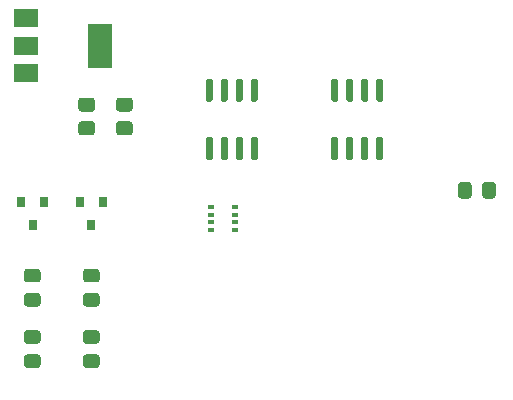
<source format=gbr>
%TF.GenerationSoftware,KiCad,Pcbnew,(5.1.7-0-10_14)*%
%TF.CreationDate,2020-11-05T09:31:43+00:00*%
%TF.ProjectId,ex2device,65783264-6576-4696-9365-2e6b69636164,1.2*%
%TF.SameCoordinates,Original*%
%TF.FileFunction,Paste,Top*%
%TF.FilePolarity,Positive*%
%FSLAX46Y46*%
G04 Gerber Fmt 4.6, Leading zero omitted, Abs format (unit mm)*
G04 Created by KiCad (PCBNEW (5.1.7-0-10_14)) date 2020-11-05 09:31:43*
%MOMM*%
%LPD*%
G01*
G04 APERTURE LIST*
%ADD10R,2.000000X1.500000*%
%ADD11R,2.000000X3.800000*%
%ADD12R,0.800000X0.900000*%
%ADD13R,0.500000X0.350000*%
G04 APERTURE END LIST*
%TO.C,U2*%
G36*
G01*
X138255000Y-83750000D02*
X138555000Y-83750000D01*
G75*
G02*
X138705000Y-83900000I0J-150000D01*
G01*
X138705000Y-85550000D01*
G75*
G02*
X138555000Y-85700000I-150000J0D01*
G01*
X138255000Y-85700000D01*
G75*
G02*
X138105000Y-85550000I0J150000D01*
G01*
X138105000Y-83900000D01*
G75*
G02*
X138255000Y-83750000I150000J0D01*
G01*
G37*
G36*
G01*
X136985000Y-83750000D02*
X137285000Y-83750000D01*
G75*
G02*
X137435000Y-83900000I0J-150000D01*
G01*
X137435000Y-85550000D01*
G75*
G02*
X137285000Y-85700000I-150000J0D01*
G01*
X136985000Y-85700000D01*
G75*
G02*
X136835000Y-85550000I0J150000D01*
G01*
X136835000Y-83900000D01*
G75*
G02*
X136985000Y-83750000I150000J0D01*
G01*
G37*
G36*
G01*
X135715000Y-83750000D02*
X136015000Y-83750000D01*
G75*
G02*
X136165000Y-83900000I0J-150000D01*
G01*
X136165000Y-85550000D01*
G75*
G02*
X136015000Y-85700000I-150000J0D01*
G01*
X135715000Y-85700000D01*
G75*
G02*
X135565000Y-85550000I0J150000D01*
G01*
X135565000Y-83900000D01*
G75*
G02*
X135715000Y-83750000I150000J0D01*
G01*
G37*
G36*
G01*
X134445000Y-83750000D02*
X134745000Y-83750000D01*
G75*
G02*
X134895000Y-83900000I0J-150000D01*
G01*
X134895000Y-85550000D01*
G75*
G02*
X134745000Y-85700000I-150000J0D01*
G01*
X134445000Y-85700000D01*
G75*
G02*
X134295000Y-85550000I0J150000D01*
G01*
X134295000Y-83900000D01*
G75*
G02*
X134445000Y-83750000I150000J0D01*
G01*
G37*
G36*
G01*
X134445000Y-78800000D02*
X134745000Y-78800000D01*
G75*
G02*
X134895000Y-78950000I0J-150000D01*
G01*
X134895000Y-80600000D01*
G75*
G02*
X134745000Y-80750000I-150000J0D01*
G01*
X134445000Y-80750000D01*
G75*
G02*
X134295000Y-80600000I0J150000D01*
G01*
X134295000Y-78950000D01*
G75*
G02*
X134445000Y-78800000I150000J0D01*
G01*
G37*
G36*
G01*
X135715000Y-78800000D02*
X136015000Y-78800000D01*
G75*
G02*
X136165000Y-78950000I0J-150000D01*
G01*
X136165000Y-80600000D01*
G75*
G02*
X136015000Y-80750000I-150000J0D01*
G01*
X135715000Y-80750000D01*
G75*
G02*
X135565000Y-80600000I0J150000D01*
G01*
X135565000Y-78950000D01*
G75*
G02*
X135715000Y-78800000I150000J0D01*
G01*
G37*
G36*
G01*
X136985000Y-78800000D02*
X137285000Y-78800000D01*
G75*
G02*
X137435000Y-78950000I0J-150000D01*
G01*
X137435000Y-80600000D01*
G75*
G02*
X137285000Y-80750000I-150000J0D01*
G01*
X136985000Y-80750000D01*
G75*
G02*
X136835000Y-80600000I0J150000D01*
G01*
X136835000Y-78950000D01*
G75*
G02*
X136985000Y-78800000I150000J0D01*
G01*
G37*
G36*
G01*
X138255000Y-78800000D02*
X138555000Y-78800000D01*
G75*
G02*
X138705000Y-78950000I0J-150000D01*
G01*
X138705000Y-80600000D01*
G75*
G02*
X138555000Y-80750000I-150000J0D01*
G01*
X138255000Y-80750000D01*
G75*
G02*
X138105000Y-80600000I0J150000D01*
G01*
X138105000Y-78950000D01*
G75*
G02*
X138255000Y-78800000I150000J0D01*
G01*
G37*
%TD*%
%TO.C,U4*%
G36*
G01*
X148855000Y-83750000D02*
X149155000Y-83750000D01*
G75*
G02*
X149305000Y-83900000I0J-150000D01*
G01*
X149305000Y-85550000D01*
G75*
G02*
X149155000Y-85700000I-150000J0D01*
G01*
X148855000Y-85700000D01*
G75*
G02*
X148705000Y-85550000I0J150000D01*
G01*
X148705000Y-83900000D01*
G75*
G02*
X148855000Y-83750000I150000J0D01*
G01*
G37*
G36*
G01*
X147585000Y-83750000D02*
X147885000Y-83750000D01*
G75*
G02*
X148035000Y-83900000I0J-150000D01*
G01*
X148035000Y-85550000D01*
G75*
G02*
X147885000Y-85700000I-150000J0D01*
G01*
X147585000Y-85700000D01*
G75*
G02*
X147435000Y-85550000I0J150000D01*
G01*
X147435000Y-83900000D01*
G75*
G02*
X147585000Y-83750000I150000J0D01*
G01*
G37*
G36*
G01*
X146315000Y-83750000D02*
X146615000Y-83750000D01*
G75*
G02*
X146765000Y-83900000I0J-150000D01*
G01*
X146765000Y-85550000D01*
G75*
G02*
X146615000Y-85700000I-150000J0D01*
G01*
X146315000Y-85700000D01*
G75*
G02*
X146165000Y-85550000I0J150000D01*
G01*
X146165000Y-83900000D01*
G75*
G02*
X146315000Y-83750000I150000J0D01*
G01*
G37*
G36*
G01*
X145045000Y-83750000D02*
X145345000Y-83750000D01*
G75*
G02*
X145495000Y-83900000I0J-150000D01*
G01*
X145495000Y-85550000D01*
G75*
G02*
X145345000Y-85700000I-150000J0D01*
G01*
X145045000Y-85700000D01*
G75*
G02*
X144895000Y-85550000I0J150000D01*
G01*
X144895000Y-83900000D01*
G75*
G02*
X145045000Y-83750000I150000J0D01*
G01*
G37*
G36*
G01*
X145045000Y-78800000D02*
X145345000Y-78800000D01*
G75*
G02*
X145495000Y-78950000I0J-150000D01*
G01*
X145495000Y-80600000D01*
G75*
G02*
X145345000Y-80750000I-150000J0D01*
G01*
X145045000Y-80750000D01*
G75*
G02*
X144895000Y-80600000I0J150000D01*
G01*
X144895000Y-78950000D01*
G75*
G02*
X145045000Y-78800000I150000J0D01*
G01*
G37*
G36*
G01*
X146315000Y-78800000D02*
X146615000Y-78800000D01*
G75*
G02*
X146765000Y-78950000I0J-150000D01*
G01*
X146765000Y-80600000D01*
G75*
G02*
X146615000Y-80750000I-150000J0D01*
G01*
X146315000Y-80750000D01*
G75*
G02*
X146165000Y-80600000I0J150000D01*
G01*
X146165000Y-78950000D01*
G75*
G02*
X146315000Y-78800000I150000J0D01*
G01*
G37*
G36*
G01*
X147585000Y-78800000D02*
X147885000Y-78800000D01*
G75*
G02*
X148035000Y-78950000I0J-150000D01*
G01*
X148035000Y-80600000D01*
G75*
G02*
X147885000Y-80750000I-150000J0D01*
G01*
X147585000Y-80750000D01*
G75*
G02*
X147435000Y-80600000I0J150000D01*
G01*
X147435000Y-78950000D01*
G75*
G02*
X147585000Y-78800000I150000J0D01*
G01*
G37*
G36*
G01*
X148855000Y-78800000D02*
X149155000Y-78800000D01*
G75*
G02*
X149305000Y-78950000I0J-150000D01*
G01*
X149305000Y-80600000D01*
G75*
G02*
X149155000Y-80750000I-150000J0D01*
G01*
X148855000Y-80750000D01*
G75*
G02*
X148705000Y-80600000I0J150000D01*
G01*
X148705000Y-78950000D01*
G75*
G02*
X148855000Y-78800000I150000J0D01*
G01*
G37*
%TD*%
%TO.C,R5*%
G36*
G01*
X124650001Y-81600000D02*
X123749999Y-81600000D01*
G75*
G02*
X123500000Y-81350001I0J249999D01*
G01*
X123500000Y-80649999D01*
G75*
G02*
X123749999Y-80400000I249999J0D01*
G01*
X124650001Y-80400000D01*
G75*
G02*
X124900000Y-80649999I0J-249999D01*
G01*
X124900000Y-81350001D01*
G75*
G02*
X124650001Y-81600000I-249999J0D01*
G01*
G37*
G36*
G01*
X124650001Y-83600000D02*
X123749999Y-83600000D01*
G75*
G02*
X123500000Y-83350001I0J249999D01*
G01*
X123500000Y-82649999D01*
G75*
G02*
X123749999Y-82400000I249999J0D01*
G01*
X124650001Y-82400000D01*
G75*
G02*
X124900000Y-82649999I0J-249999D01*
G01*
X124900000Y-83350001D01*
G75*
G02*
X124650001Y-83600000I-249999J0D01*
G01*
G37*
%TD*%
%TO.C,R4*%
G36*
G01*
X127850001Y-81600000D02*
X126949999Y-81600000D01*
G75*
G02*
X126700000Y-81350001I0J249999D01*
G01*
X126700000Y-80649999D01*
G75*
G02*
X126949999Y-80400000I249999J0D01*
G01*
X127850001Y-80400000D01*
G75*
G02*
X128100000Y-80649999I0J-249999D01*
G01*
X128100000Y-81350001D01*
G75*
G02*
X127850001Y-81600000I-249999J0D01*
G01*
G37*
G36*
G01*
X127850001Y-83600000D02*
X126949999Y-83600000D01*
G75*
G02*
X126700000Y-83350001I0J249999D01*
G01*
X126700000Y-82649999D01*
G75*
G02*
X126949999Y-82400000I249999J0D01*
G01*
X127850001Y-82400000D01*
G75*
G02*
X128100000Y-82649999I0J-249999D01*
G01*
X128100000Y-83350001D01*
G75*
G02*
X127850001Y-83600000I-249999J0D01*
G01*
G37*
%TD*%
D10*
%TO.C,U3*%
X119050000Y-73700000D03*
X119050000Y-78300000D03*
X119050000Y-76000000D03*
D11*
X125350000Y-76000000D03*
%TD*%
%TO.C,D1*%
G36*
G01*
X124149999Y-102150000D02*
X125050001Y-102150000D01*
G75*
G02*
X125300000Y-102399999I0J-249999D01*
G01*
X125300000Y-103050001D01*
G75*
G02*
X125050001Y-103300000I-249999J0D01*
G01*
X124149999Y-103300000D01*
G75*
G02*
X123900000Y-103050001I0J249999D01*
G01*
X123900000Y-102399999D01*
G75*
G02*
X124149999Y-102150000I249999J0D01*
G01*
G37*
G36*
G01*
X124149999Y-100100000D02*
X125050001Y-100100000D01*
G75*
G02*
X125300000Y-100349999I0J-249999D01*
G01*
X125300000Y-101000001D01*
G75*
G02*
X125050001Y-101250000I-249999J0D01*
G01*
X124149999Y-101250000D01*
G75*
G02*
X123900000Y-101000001I0J249999D01*
G01*
X123900000Y-100349999D01*
G75*
G02*
X124149999Y-100100000I249999J0D01*
G01*
G37*
%TD*%
%TO.C,D2*%
G36*
G01*
X119149999Y-100100000D02*
X120050001Y-100100000D01*
G75*
G02*
X120300000Y-100349999I0J-249999D01*
G01*
X120300000Y-101000001D01*
G75*
G02*
X120050001Y-101250000I-249999J0D01*
G01*
X119149999Y-101250000D01*
G75*
G02*
X118900000Y-101000001I0J249999D01*
G01*
X118900000Y-100349999D01*
G75*
G02*
X119149999Y-100100000I249999J0D01*
G01*
G37*
G36*
G01*
X119149999Y-102150000D02*
X120050001Y-102150000D01*
G75*
G02*
X120300000Y-102399999I0J-249999D01*
G01*
X120300000Y-103050001D01*
G75*
G02*
X120050001Y-103300000I-249999J0D01*
G01*
X119149999Y-103300000D01*
G75*
G02*
X118900000Y-103050001I0J249999D01*
G01*
X118900000Y-102399999D01*
G75*
G02*
X119149999Y-102150000I249999J0D01*
G01*
G37*
%TD*%
D12*
%TO.C,Q2*%
X120568068Y-89202257D03*
X118668068Y-89202257D03*
X119618068Y-91202257D03*
%TD*%
%TO.C,R1*%
G36*
G01*
X124149999Y-94900000D02*
X125050001Y-94900000D01*
G75*
G02*
X125300000Y-95149999I0J-249999D01*
G01*
X125300000Y-95800001D01*
G75*
G02*
X125050001Y-96050000I-249999J0D01*
G01*
X124149999Y-96050000D01*
G75*
G02*
X123900000Y-95800001I0J249999D01*
G01*
X123900000Y-95149999D01*
G75*
G02*
X124149999Y-94900000I249999J0D01*
G01*
G37*
G36*
G01*
X124149999Y-96950000D02*
X125050001Y-96950000D01*
G75*
G02*
X125300000Y-97199999I0J-249999D01*
G01*
X125300000Y-97850001D01*
G75*
G02*
X125050001Y-98100000I-249999J0D01*
G01*
X124149999Y-98100000D01*
G75*
G02*
X123900000Y-97850001I0J249999D01*
G01*
X123900000Y-97199999D01*
G75*
G02*
X124149999Y-96950000I249999J0D01*
G01*
G37*
%TD*%
%TO.C,R2*%
G36*
G01*
X155650000Y-88700001D02*
X155650000Y-87799999D01*
G75*
G02*
X155899999Y-87550000I249999J0D01*
G01*
X156550001Y-87550000D01*
G75*
G02*
X156800000Y-87799999I0J-249999D01*
G01*
X156800000Y-88700001D01*
G75*
G02*
X156550001Y-88950000I-249999J0D01*
G01*
X155899999Y-88950000D01*
G75*
G02*
X155650000Y-88700001I0J249999D01*
G01*
G37*
G36*
G01*
X157700000Y-88700001D02*
X157700000Y-87799999D01*
G75*
G02*
X157949999Y-87550000I249999J0D01*
G01*
X158600001Y-87550000D01*
G75*
G02*
X158850000Y-87799999I0J-249999D01*
G01*
X158850000Y-88700001D01*
G75*
G02*
X158600001Y-88950000I-249999J0D01*
G01*
X157949999Y-88950000D01*
G75*
G02*
X157700000Y-88700001I0J249999D01*
G01*
G37*
%TD*%
%TO.C,R3*%
G36*
G01*
X119149999Y-96950000D02*
X120050001Y-96950000D01*
G75*
G02*
X120300000Y-97199999I0J-249999D01*
G01*
X120300000Y-97850001D01*
G75*
G02*
X120050001Y-98100000I-249999J0D01*
G01*
X119149999Y-98100000D01*
G75*
G02*
X118900000Y-97850001I0J249999D01*
G01*
X118900000Y-97199999D01*
G75*
G02*
X119149999Y-96950000I249999J0D01*
G01*
G37*
G36*
G01*
X119149999Y-94900000D02*
X120050001Y-94900000D01*
G75*
G02*
X120300000Y-95149999I0J-249999D01*
G01*
X120300000Y-95800001D01*
G75*
G02*
X120050001Y-96050000I-249999J0D01*
G01*
X119149999Y-96050000D01*
G75*
G02*
X118900000Y-95800001I0J249999D01*
G01*
X118900000Y-95149999D01*
G75*
G02*
X119149999Y-94900000I249999J0D01*
G01*
G37*
%TD*%
%TO.C,Q1*%
X125548768Y-89202257D03*
X123648768Y-89202257D03*
X124598768Y-91202257D03*
%TD*%
D13*
%TO.C,U1*%
X134725000Y-89675000D03*
X134725000Y-90325000D03*
X134725000Y-90975000D03*
X134725000Y-91625000D03*
X136775000Y-91625000D03*
X136775000Y-90975000D03*
X136775000Y-90325000D03*
X136775000Y-89675000D03*
%TD*%
M02*

</source>
